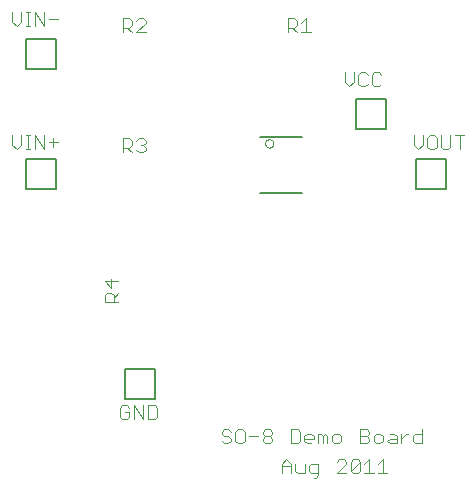
<source format=gto>
G75*
G70*
%OFA0B0*%
%FSLAX24Y24*%
%IPPOS*%
%LPD*%
%AMOC8*
5,1,8,0,0,1.08239X$1,22.5*
%
%ADD10C,0.0040*%
%ADD11C,0.0060*%
%ADD12C,0.0020*%
%ADD13C,0.0050*%
D10*
X006740Y002997D02*
X006816Y002921D01*
X006970Y002921D01*
X007047Y002997D01*
X007047Y003151D01*
X006893Y003151D01*
X006740Y003304D02*
X006740Y002997D01*
X006740Y003304D02*
X006816Y003381D01*
X006970Y003381D01*
X007047Y003304D01*
X007200Y003381D02*
X007507Y002921D01*
X007507Y003381D01*
X007660Y003381D02*
X007891Y003381D01*
X007967Y003304D01*
X007967Y002997D01*
X007891Y002921D01*
X007660Y002921D01*
X007660Y003381D01*
X007200Y003381D02*
X007200Y002921D01*
X010121Y002504D02*
X010121Y002428D01*
X010197Y002351D01*
X010351Y002351D01*
X010428Y002274D01*
X010428Y002197D01*
X010351Y002121D01*
X010197Y002121D01*
X010121Y002197D01*
X010121Y002504D02*
X010197Y002581D01*
X010351Y002581D01*
X010428Y002504D01*
X010581Y002504D02*
X010581Y002197D01*
X010658Y002121D01*
X010811Y002121D01*
X010888Y002197D01*
X010888Y002504D01*
X010811Y002581D01*
X010658Y002581D01*
X010581Y002504D01*
X011041Y002351D02*
X011348Y002351D01*
X011502Y002428D02*
X011502Y002504D01*
X011579Y002581D01*
X011732Y002581D01*
X011809Y002504D01*
X011809Y002428D01*
X011732Y002351D01*
X011579Y002351D01*
X011502Y002428D01*
X011579Y002351D02*
X011502Y002274D01*
X011502Y002197D01*
X011579Y002121D01*
X011732Y002121D01*
X011809Y002197D01*
X011809Y002274D01*
X011732Y002351D01*
X012423Y002121D02*
X012653Y002121D01*
X012729Y002197D01*
X012729Y002504D01*
X012653Y002581D01*
X012423Y002581D01*
X012423Y002121D01*
X012883Y002197D02*
X012883Y002351D01*
X012960Y002428D01*
X013113Y002428D01*
X013190Y002351D01*
X013190Y002274D01*
X012883Y002274D01*
X012883Y002197D02*
X012960Y002121D01*
X013113Y002121D01*
X013343Y002121D02*
X013343Y002428D01*
X013420Y002428D01*
X013497Y002351D01*
X013573Y002428D01*
X013650Y002351D01*
X013650Y002121D01*
X013497Y002121D02*
X013497Y002351D01*
X013804Y002351D02*
X013804Y002197D01*
X013880Y002121D01*
X014034Y002121D01*
X014111Y002197D01*
X014111Y002351D01*
X014034Y002428D01*
X013880Y002428D01*
X013804Y002351D01*
X014039Y001581D02*
X013962Y001504D01*
X014039Y001581D02*
X014192Y001581D01*
X014269Y001504D01*
X014269Y001428D01*
X013962Y001121D01*
X014269Y001121D01*
X014423Y001197D02*
X014729Y001504D01*
X014729Y001197D01*
X014653Y001121D01*
X014499Y001121D01*
X014423Y001197D01*
X014423Y001504D01*
X014499Y001581D01*
X014653Y001581D01*
X014729Y001504D01*
X014883Y001428D02*
X015036Y001581D01*
X015036Y001121D01*
X014883Y001121D02*
X015190Y001121D01*
X015343Y001121D02*
X015650Y001121D01*
X015497Y001121D02*
X015497Y001581D01*
X015343Y001428D01*
X015415Y002121D02*
X015261Y002121D01*
X015185Y002197D01*
X015185Y002351D01*
X015261Y002428D01*
X015415Y002428D01*
X015492Y002351D01*
X015492Y002197D01*
X015415Y002121D01*
X015645Y002197D02*
X015722Y002274D01*
X015952Y002274D01*
X015952Y002351D02*
X015952Y002121D01*
X015722Y002121D01*
X015645Y002197D01*
X015875Y002428D02*
X015952Y002351D01*
X015875Y002428D02*
X015722Y002428D01*
X016105Y002428D02*
X016105Y002121D01*
X016105Y002274D02*
X016259Y002428D01*
X016336Y002428D01*
X016489Y002351D02*
X016566Y002428D01*
X016796Y002428D01*
X016796Y002581D02*
X016796Y002121D01*
X016566Y002121D01*
X016489Y002197D01*
X016489Y002351D01*
X015031Y002274D02*
X015031Y002197D01*
X014954Y002121D01*
X014724Y002121D01*
X014724Y002581D01*
X014954Y002581D01*
X015031Y002504D01*
X015031Y002428D01*
X014954Y002351D01*
X014724Y002351D01*
X014954Y002351D02*
X015031Y002274D01*
X013348Y001428D02*
X013348Y001044D01*
X013272Y000967D01*
X013195Y000967D01*
X013118Y001121D02*
X013348Y001121D01*
X013118Y001121D02*
X013041Y001197D01*
X013041Y001351D01*
X013118Y001428D01*
X013348Y001428D01*
X012888Y001428D02*
X012888Y001121D01*
X012658Y001121D01*
X012581Y001197D01*
X012581Y001428D01*
X012428Y001428D02*
X012428Y001121D01*
X012428Y001351D02*
X012121Y001351D01*
X012121Y001428D02*
X012121Y001121D01*
X012121Y001428D02*
X012274Y001581D01*
X012428Y001428D01*
X006681Y006821D02*
X006220Y006821D01*
X006220Y007051D01*
X006297Y007128D01*
X006451Y007128D01*
X006527Y007051D01*
X006527Y006821D01*
X006527Y006974D02*
X006681Y007128D01*
X006451Y007281D02*
X006451Y007588D01*
X006681Y007511D02*
X006220Y007511D01*
X006451Y007281D01*
X006821Y011821D02*
X006821Y012281D01*
X007051Y012281D01*
X007128Y012204D01*
X007128Y012051D01*
X007051Y011974D01*
X006821Y011974D01*
X006974Y011974D02*
X007128Y011821D01*
X007281Y011897D02*
X007358Y011821D01*
X007511Y011821D01*
X007588Y011897D01*
X007588Y011974D01*
X007511Y012051D01*
X007435Y012051D01*
X007511Y012051D02*
X007588Y012128D01*
X007588Y012204D01*
X007511Y012281D01*
X007358Y012281D01*
X007281Y012204D01*
X004667Y012151D02*
X004360Y012151D01*
X004514Y012304D02*
X004514Y011997D01*
X004207Y011921D02*
X004207Y012381D01*
X003900Y012381D02*
X004207Y011921D01*
X003900Y011921D02*
X003900Y012381D01*
X003746Y012381D02*
X003593Y012381D01*
X003670Y012381D02*
X003670Y011921D01*
X003746Y011921D02*
X003593Y011921D01*
X003440Y012074D02*
X003440Y012381D01*
X003440Y012074D02*
X003286Y011921D01*
X003133Y012074D01*
X003133Y012381D01*
X003286Y016021D02*
X003440Y016174D01*
X003440Y016481D01*
X003593Y016481D02*
X003746Y016481D01*
X003670Y016481D02*
X003670Y016021D01*
X003746Y016021D02*
X003593Y016021D01*
X003286Y016021D02*
X003133Y016174D01*
X003133Y016481D01*
X003900Y016481D02*
X003900Y016021D01*
X004207Y016021D02*
X004207Y016481D01*
X004360Y016251D02*
X004667Y016251D01*
X004207Y016021D02*
X003900Y016481D01*
X006821Y016281D02*
X006821Y015821D01*
X006821Y015974D02*
X007051Y015974D01*
X007128Y016051D01*
X007128Y016204D01*
X007051Y016281D01*
X006821Y016281D01*
X006974Y015974D02*
X007128Y015821D01*
X007281Y015821D02*
X007588Y016128D01*
X007588Y016204D01*
X007511Y016281D01*
X007358Y016281D01*
X007281Y016204D01*
X007281Y015821D02*
X007588Y015821D01*
X012321Y015821D02*
X012321Y016281D01*
X012551Y016281D01*
X012628Y016204D01*
X012628Y016051D01*
X012551Y015974D01*
X012321Y015974D01*
X012474Y015974D02*
X012628Y015821D01*
X012781Y015821D02*
X013088Y015821D01*
X012935Y015821D02*
X012935Y016281D01*
X012781Y016128D01*
X014221Y014481D02*
X014221Y014174D01*
X014374Y014021D01*
X014528Y014174D01*
X014528Y014481D01*
X014681Y014404D02*
X014681Y014097D01*
X014758Y014021D01*
X014911Y014021D01*
X014988Y014097D01*
X015141Y014097D02*
X015218Y014021D01*
X015372Y014021D01*
X015448Y014097D01*
X015141Y014097D02*
X015141Y014404D01*
X015218Y014481D01*
X015372Y014481D01*
X015448Y014404D01*
X014988Y014404D02*
X014911Y014481D01*
X014758Y014481D01*
X014681Y014404D01*
X016521Y012381D02*
X016521Y012074D01*
X016674Y011921D01*
X016828Y012074D01*
X016828Y012381D01*
X016981Y012304D02*
X016981Y011997D01*
X017058Y011921D01*
X017211Y011921D01*
X017288Y011997D01*
X017288Y012304D01*
X017211Y012381D01*
X017058Y012381D01*
X016981Y012304D01*
X017441Y012381D02*
X017441Y011997D01*
X017518Y011921D01*
X017672Y011921D01*
X017748Y011997D01*
X017748Y012381D01*
X017902Y012381D02*
X018209Y012381D01*
X018055Y012381D02*
X018055Y011921D01*
D11*
X012811Y012331D02*
X011391Y012331D01*
X011391Y010471D02*
X012811Y010471D01*
D12*
X011571Y012111D02*
X011573Y012134D01*
X011579Y012156D01*
X011588Y012178D01*
X011601Y012197D01*
X011616Y012214D01*
X011634Y012228D01*
X011655Y012239D01*
X011677Y012247D01*
X011699Y012251D01*
X011723Y012251D01*
X011745Y012247D01*
X011767Y012239D01*
X011788Y012228D01*
X011806Y012214D01*
X011821Y012197D01*
X011834Y012178D01*
X011843Y012156D01*
X011849Y012134D01*
X011851Y012111D01*
X011849Y012088D01*
X011843Y012066D01*
X011834Y012044D01*
X011821Y012025D01*
X011806Y012008D01*
X011788Y011994D01*
X011767Y011983D01*
X011745Y011975D01*
X011723Y011971D01*
X011699Y011971D01*
X011677Y011975D01*
X011655Y011983D01*
X011634Y011994D01*
X011616Y012008D01*
X011601Y012025D01*
X011588Y012044D01*
X011579Y012066D01*
X011573Y012088D01*
X011571Y012111D01*
D13*
X014601Y012601D02*
X014601Y013601D01*
X015601Y013601D01*
X015601Y012601D01*
X014601Y012601D01*
X016601Y011601D02*
X016601Y010601D01*
X017601Y010601D01*
X017601Y011601D01*
X016601Y011601D01*
X007901Y004601D02*
X007901Y003601D01*
X006901Y003601D01*
X006901Y004601D01*
X007901Y004601D01*
X004601Y010601D02*
X003601Y010601D01*
X003601Y011601D01*
X004601Y011601D01*
X004601Y010601D01*
X004601Y014601D02*
X003601Y014601D01*
X003601Y015601D01*
X004601Y015601D01*
X004601Y014601D01*
M02*

</source>
